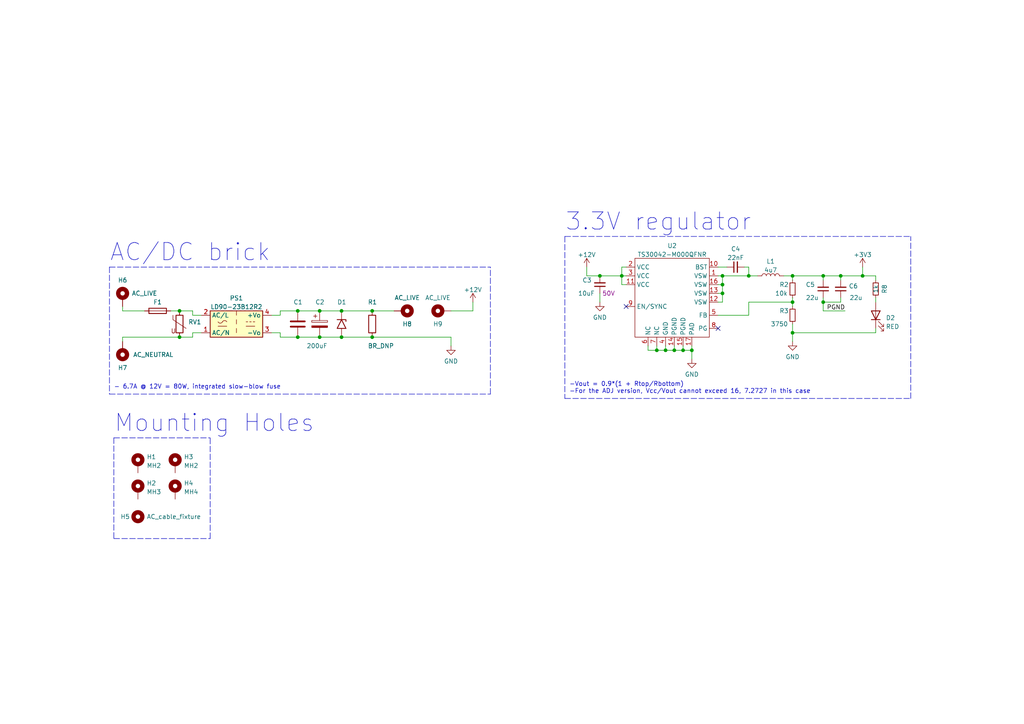
<source format=kicad_sch>
(kicad_sch (version 20211123) (generator eeschema)
  (paper "A4")
  (lib_symbols
    (symbol "Device:C" (pin_numbers hide) (pin_names (offset 0.254))
      (property "Reference" "C" (at 0.635 2.54 0))
      (property "Value" "C" (at 0.635 -2.54 0))
      (symbol "C_0_1"
        (polyline (pts (xy -2.032 -0.762) (xy 2.032 -0.762)) (stroke (width 0.508)))
        (polyline (pts (xy -2.032 0.762) (xy 2.032 0.762)) (stroke (width 0.508)))
      )
      (symbol "C_1_1"
        (pin passive line (at 0 3.81 270) (length 2.794) (name "~") (number "1"))
        (pin passive line (at 0 -3.81 90) (length 2.794) (name "~") (number "2"))
      )
    )
    (symbol "Device:C_Polarized" (pin_numbers hide) (pin_names (offset 0.254))
      (property "Reference" "C" (at 0.635 2.54 0))
      (property "Value" "C_Polarized" (at 0.635 -2.54 0))
      (symbol "C_Polarized_0_1"
        (rectangle (start -2.286 0.508) (end 2.286 1.016))
        (polyline (pts (xy -1.778 2.286) (xy -0.762 2.286)))
        (polyline (pts (xy -1.27 2.794) (xy -1.27 1.778)))
        (rectangle (start 2.286 -0.508) (end -2.286 -1.016) (fill (type outline)))
      )
      (symbol "C_Polarized_1_1"
        (pin passive line (at 0 3.81 270) (length 2.794) (name "~") (number "1"))
        (pin passive line (at 0 -3.81 90) (length 2.794) (name "~") (number "2"))
      )
    )
    (symbol "Device:C_Small" (pin_numbers hide) (pin_names (offset 0.254) hide)
      (property "Reference" "C" (at 0.254 1.778 0))
      (property "Value" "C_Small" (at 0.254 -2.032 0))
      (symbol "C_Small_0_1"
        (polyline (pts (xy -1.524 -0.508) (xy 1.524 -0.508)) (stroke (width 0.3302)))
        (polyline (pts (xy -1.524 0.508) (xy 1.524 0.508)) (stroke (width 0.3048)))
      )
      (symbol "C_Small_1_1"
        (pin passive line (at 0 2.54 270) (length 2.032) (name "~") (number "1"))
        (pin passive line (at 0 -2.54 90) (length 2.032) (name "~") (number "2"))
      )
    )
    (symbol "Device:Fuse" (pin_numbers hide) (pin_names (offset 0))
      (property "Reference" "F" (at 2.032 0 90))
      (property "Value" "Fuse" (at -1.905 0 90))
      (symbol "Fuse_0_1"
        (rectangle (start -0.762 -2.54) (end 0.762 2.54) (stroke (width 0.254)))
        (polyline (pts (xy 0 2.54) (xy 0 -2.54)))
      )
      (symbol "Fuse_1_1"
        (pin passive line (at 0 3.81 270) (length 1.27) (name "~") (number "1"))
        (pin passive line (at 0 -3.81 90) (length 1.27) (name "~") (number "2"))
      )
    )
    (symbol "Device:L" (pin_numbers hide) (pin_names (offset 1.016) hide)
      (property "Reference" "L" (at -1.27 0 90))
      (property "Value" "L" (at 1.905 0 90))
      (symbol "L_0_1"
        (arc (start 0 -2.54) (mid 0.635 -1.905) (end 0 -1.27))
        (arc (start 0 -1.27) (mid 0.635 -0.635) (end 0 0))
        (arc (start 0 0) (mid 0.635 0.635) (end 0 1.27))
        (arc (start 0 1.27) (mid 0.635 1.905) (end 0 2.54))
      )
      (symbol "L_1_1"
        (pin passive line (at 0 3.81 270) (length 1.27) (name "1") (number "1"))
        (pin passive line (at 0 -3.81 90) (length 1.27) (name "2") (number "2"))
      )
    )
    (symbol "Device:LED" (pin_numbers hide) (pin_names (offset 1.016) hide)
      (property "Reference" "D" (at 0 2.54 0))
      (property "Value" "LED" (at 0 -2.54 0))
      (symbol "LED_0_1"
        (polyline (pts (xy -1.27 -1.27) (xy -1.27 1.27)) (stroke (width 0.254)))
        (polyline (pts (xy -1.27 0) (xy 1.27 0)))
        (polyline (pts (xy 1.27 -1.27) (xy 1.27 1.27) (xy -1.27 0) (xy 1.27 -1.27)) (stroke (width 0.254)))
        (polyline (pts (xy -3.048 -0.762) (xy -4.572 -2.286) (xy -3.81 -2.286) (xy -4.572 -2.286) (xy -4.572 -1.524)))
        (polyline (pts (xy -1.778 -0.762) (xy -3.302 -2.286) (xy -2.54 -2.286) (xy -3.302 -2.286) (xy -3.302 -1.524)))
      )
      (symbol "LED_1_1"
        (pin passive line (at -3.81 0 0) (length 2.54) (name "K") (number "1"))
        (pin passive line (at 3.81 0 180) (length 2.54) (name "A") (number "2"))
      )
    )
    (symbol "Device:R" (pin_numbers hide) (pin_names (offset 0))
      (property "Reference" "R" (at 2.032 0 90))
      (property "Value" "R" (at 0 0 90))
      (symbol "R_0_1"
        (rectangle (start -1.016 -2.54) (end 1.016 2.54) (stroke (width 0.254)))
      )
      (symbol "R_1_1"
        (pin passive line (at 0 3.81 270) (length 1.27) (name "~") (number "1"))
        (pin passive line (at 0 -3.81 90) (length 1.27) (name "~") (number "2"))
      )
    )
    (symbol "Device:R_Small" (pin_numbers hide) (pin_names (offset 0.254) hide)
      (property "Reference" "R" (at 0.762 0.508 0))
      (property "Value" "R_Small" (at 0.762 -1.016 0))
      (symbol "R_Small_0_1"
        (rectangle (start -0.762 1.778) (end 0.762 -1.778) (stroke (width 0.2032)))
      )
      (symbol "R_Small_1_1"
        (pin passive line (at 0 2.54 270) (length 0.762) (name "~") (number "1"))
        (pin passive line (at 0 -2.54 90) (length 0.762) (name "~") (number "2"))
      )
    )
    (symbol "Device:Varistor" (pin_numbers hide) (pin_names (offset 0))
      (property "Reference" "RV" (at 3.175 0 90))
      (property "Value" "Varistor" (at -3.175 0 90))
      (symbol "Varistor_0_0"
        (text "U" (at -1.778 -2.032 0) (effects (font (size 1.27 1.27))))
      )
      (symbol "Varistor_0_1"
        (rectangle (start -1.016 -2.54) (end 1.016 2.54) (stroke (width 0.254)))
        (polyline (pts (xy -1.905 2.54) (xy -1.905 1.27) (xy 1.905 -1.27)))
      )
      (symbol "Varistor_1_1"
        (pin passive line (at 0 3.81 270) (length 1.27) (name "~") (number "1"))
        (pin passive line (at 0 -3.81 90) (length 1.27) (name "~") (number "2"))
      )
    )
    (symbol "LD90-23B24R2:LD90-23B12R2"
      (property "Reference" "PS" (at 0 5.08 0))
      (property "Value" "LD90-23B12R2" (at 0 -5.08 0))
      (symbol "LD90-23B12R2_0_1"
        (rectangle (start -7.62 3.81) (end 7.62 -3.81) (stroke (width 0.254)) (fill (type background)))
        (arc (start -5.334 0.635) (mid -4.699 0.2495) (end -4.064 0.635))
        (arc (start -2.794 0.635) (mid -3.429 1.0072) (end -4.064 0.635))
        (polyline (pts (xy -5.334 -0.635) (xy -2.794 -0.635)))
        (polyline (pts (xy 2.794 -0.635) (xy 5.334 -0.635)))
        (polyline (pts (xy 2.794 0.635) (xy 3.302 0.635)))
        (polyline (pts (xy 3.81 0.635) (xy 4.318 0.635)))
        (polyline (pts (xy 4.826 0.635) (xy 5.334 0.635)))
      )
      (symbol "LD90-23B12R2_1_1"
        (polyline (pts (xy 0 -1.27) (xy 0 -2.54)))
        (polyline (pts (xy 0 1.27) (xy 0 0)))
        (polyline (pts (xy 0 3.81) (xy 0 2.54)))
        (pin power_in line (at -10.16 -2.54 0) (length 2.54) (name "AC/N") (number "1"))
        (pin power_in line (at -10.16 2.54 0) (length 2.54) (name "AC/L") (number "2"))
        (pin power_out line (at 10.16 -2.54 180) (length 2.54) (name "-Vo") (number "3"))
        (pin power_out line (at 10.16 2.54 180) (length 2.54) (name "+Vo") (number "4"))
      )
    )
    (symbol "Mechanical:MountingHole" (pin_names (offset 1.016))
      (property "Reference" "H" (at 0 5.08 0))
      (property "Value" "MountingHole" (at 0 3.175 0))
      (symbol "MountingHole_0_1"
        (circle (center 0 0) (radius 1.27) (stroke (width 1.27)))
      )
    )
    (symbol "Mechanical:MountingHole_Pad" (pin_numbers hide) (pin_names (offset 1.016) hide)
      (property "Reference" "H" (at 0 6.35 0))
      (property "Value" "MountingHole_Pad" (at 0 4.445 0))
      (symbol "MountingHole_Pad_0_1"
        (circle (center 0 1.27) (radius 1.27) (stroke (width 1.27)))
      )
      (symbol "MountingHole_Pad_1_1"
        (pin input line (at 0 -2.54 90) (length 2.54) (name "1") (number "1"))
      )
    )
    (symbol "SMBJ20A:SMBJ20A" (pin_numbers hide) (pin_names (offset 1.016) hide)
      (property "Reference" "D" (at 0 2.54 0))
      (property "Value" "SMBJ20A" (at 0 -2.54 0))
      (symbol "SMBJ20A_0_1"
        (polyline (pts (xy -0.762 1.27) (xy -1.27 1.27) (xy -1.27 -1.27)) (stroke (width 0.254)))
        (polyline (pts (xy 1.27 1.27) (xy 1.27 -1.27) (xy -1.27 0) (xy 1.27 1.27)) (stroke (width 0.254)))
      )
      (symbol "SMBJ20A_1_1"
        (pin passive line (at -3.81 0 0) (length 2.54) (name "A1") (number "1"))
        (pin passive line (at 3.81 0 180) (length 2.54) (name "A2") (number "2"))
      )
    )
    (symbol "TS30042:TS30042"
      (property "Reference" "U" (at -1.27 20.32 0))
      (property "Value" "TS30042" (at -1.27 20.32 0))
      (symbol "TS30042_0_1"
        (rectangle (start -10.16 11.43) (end 11.43 -11.43) (stroke (width 0.1524)))
      )
      (symbol "TS30042_1_1"
        (pin input line (at 13.97 6.35 180) (length 2.54) (name "VSW") (number "1"))
        (pin input line (at 13.97 8.89 180) (length 2.54) (name "BST") (number "10"))
        (pin input line (at -12.7 3.81 0) (length 2.54) (name "VCC") (number "11"))
        (pin input line (at 13.97 -1.27 180) (length 2.54) (name "VSW") (number "12"))
        (pin input line (at 13.97 1.27 180) (length 2.54) (name "VSW") (number "13"))
        (pin input line (at 1.27 -13.97 90) (length 2.54) (name "PGND") (number "14"))
        (pin input line (at 3.81 -13.97 90) (length 2.54) (name "PGND") (number "15"))
        (pin input line (at 13.97 3.81 180) (length 2.54) (name "VSW") (number "16"))
        (pin input line (at 6.35 -13.97 90) (length 2.54) (name "PAD") (number "17"))
        (pin input line (at -12.7 8.89 0) (length 2.54) (name "VCC") (number "2"))
        (pin input line (at -12.7 6.35 0) (length 2.54) (name "VCC") (number "3"))
        (pin input line (at -1.27 -13.97 90) (length 2.54) (name "GND") (number "4"))
        (pin input line (at 13.97 -5.08 180) (length 2.54) (name "FB") (number "5"))
        (pin input line (at -6.35 -13.97 90) (length 2.54) (name "NC") (number "6"))
        (pin input line (at -3.81 -13.97 90) (length 2.54) (name "NC") (number "7"))
        (pin input line (at 13.97 -8.89 180) (length 2.54) (name "PG") (number "8"))
        (pin input line (at -12.7 -2.54 0) (length 2.54) (name "EN/SYNC") (number "9"))
      )
    )
    (symbol "power:+12V" (power) (pin_names (offset 0))
      (property "Value" "+12V" (at 0 3.556 0))
      (symbol "+12V_0_1"
        (polyline (pts (xy -0.762 1.27) (xy 0 2.54)))
        (polyline (pts (xy 0 0) (xy 0 2.54)))
        (polyline (pts (xy 0 2.54) (xy 0.762 1.27)))
      )
      (symbol "+12V_1_1"
        (pin power_in line (at 0 0 90) (length 0) hide (name "+12V") (number "1"))
      )
    )
    (symbol "power:+3.3V" (power) (pin_names (offset 0))
      (property "Value" "+3.3V" (at 0 3.556 0))
      (symbol "+3.3V_0_1"
        (polyline (pts (xy -0.762 1.27) (xy 0 2.54)))
        (polyline (pts (xy 0 0) (xy 0 2.54)))
        (polyline (pts (xy 0 2.54) (xy 0.762 1.27)))
      )
      (symbol "+3.3V_1_1"
        (pin power_in line (at 0 0 90) (length 0) hide (name "+3V3") (number "1"))
      )
    )
    (symbol "power:GND" (power) (pin_names (offset 0))
      (property "Value" "GND" (at 0 -3.81 0))
      (symbol "GND_0_1"
        (polyline (pts (xy 0 0) (xy 0 -1.27) (xy 1.27 -1.27) (xy 0 -2.54) (xy -1.27 -1.27) (xy 0 -1.27)))
      )
      (symbol "GND_1_1"
        (pin power_in line (at 0 0 270) (length 0) hide (name "GND") (number "1"))
      )
    )
  )
  (junction (at 209.55 80.01))
  (junction (at 229.87 80.01))
  (junction (at 200.66 101.6))
  (junction (at 173.99 80.01))
  (junction (at 190.5 101.6))
  (junction (at 99.06 90.17))
  (junction (at 209.55 82.55))
  (junction (at 92.71 90.17))
  (junction (at 229.87 96.52))
  (junction (at 195.58 101.6))
  (junction (at 238.76 87.63))
  (junction (at 86.36 97.79))
  (junction (at 52.07 90.17))
  (junction (at 250.19 80.01))
  (junction (at 209.55 85.09))
  (junction (at 92.71 97.79))
  (junction (at 86.36 90.17))
  (junction (at 198.12 101.6))
  (junction (at 107.95 90.17))
  (junction (at 238.76 80.01))
  (junction (at 243.84 80.01))
  (junction (at 229.87 87.63))
  (junction (at 193.04 101.6))
  (junction (at 107.95 97.79))
  (junction (at 217.17 80.01))
  (junction (at 180.34 80.01))
  (junction (at 52.07 97.79))
  (junction (at 99.06 97.79))
  (no_connect (at 208.28 95.25))
  (no_connect (at 181.61 88.9))
  (polyline (pts (xy 142.24 114.3) (xy 142.24 77.47)))
  (wire (pts (xy 229.87 96.52) (xy 254 96.52)))
  (wire (pts (xy 49.53 90.17) (xy 52.07 90.17)))
  (wire (pts (xy 200.66 100.33) (xy 200.66 101.6)))
  (wire (pts (xy 208.28 87.63) (xy 209.55 87.63)))
  (wire (pts (xy 170.18 80.01) (xy 173.99 80.01)))
  (wire (pts (xy 187.96 100.33) (xy 187.96 101.6)))
  (wire (pts (xy 107.95 97.79) (xy 130.81 97.79)))
  (wire (pts (xy 229.87 80.01) (xy 238.76 80.01)))
  (wire (pts (xy 137.16 87.63) (xy 137.16 90.17)))
  (wire (pts (xy 107.95 90.17) (xy 114.3 90.17)))
  (polyline (pts (xy 31.75 77.47) (xy 31.75 114.3)))
  (wire (pts (xy 217.17 91.44) (xy 217.17 87.63)))
  (polyline (pts (xy 163.83 68.58) (xy 163.83 115.57)))
  (wire (pts (xy 55.88 91.44) (xy 58.42 91.44)))
  (wire (pts (xy 209.55 80.01) (xy 217.17 80.01)))
  (wire (pts (xy 173.99 85.09) (xy 173.99 87.63)))
  (wire (pts (xy 238.76 90.17) (xy 245.11 90.17)))
  (wire (pts (xy 254 95.25) (xy 254 96.52)))
  (polyline (pts (xy 163.83 115.57) (xy 264.16 115.57)))
  (wire (pts (xy 180.34 82.55) (xy 181.61 82.55)))
  (wire (pts (xy 198.12 101.6) (xy 195.58 101.6)))
  (wire (pts (xy 41.91 90.17) (xy 35.56 90.17)))
  (wire (pts (xy 229.87 99.06) (xy 229.87 96.52)))
  (wire (pts (xy 52.07 97.79) (xy 55.88 97.79)))
  (wire (pts (xy 181.61 77.47) (xy 180.34 77.47)))
  (wire (pts (xy 173.99 80.01) (xy 180.34 80.01)))
  (wire (pts (xy 92.71 97.79) (xy 99.06 97.79)))
  (polyline (pts (xy 163.83 68.58) (xy 264.16 68.58)))
  (wire (pts (xy 238.76 80.01) (xy 243.84 80.01)))
  (wire (pts (xy 243.84 81.28) (xy 243.84 80.01)))
  (wire (pts (xy 250.19 80.01) (xy 254 80.01)))
  (wire (pts (xy 81.28 97.79) (xy 86.36 97.79)))
  (wire (pts (xy 254 81.28) (xy 254 80.01)))
  (wire (pts (xy 55.88 96.52) (xy 55.88 97.79)))
  (wire (pts (xy 238.76 86.36) (xy 238.76 87.63)))
  (wire (pts (xy 198.12 100.33) (xy 198.12 101.6)))
  (wire (pts (xy 99.06 97.79) (xy 107.95 97.79)))
  (wire (pts (xy 208.28 82.55) (xy 209.55 82.55)))
  (wire (pts (xy 180.34 77.47) (xy 180.34 80.01)))
  (wire (pts (xy 229.87 93.98) (xy 229.87 96.52)))
  (wire (pts (xy 78.74 96.52) (xy 81.28 96.52)))
  (wire (pts (xy 229.87 81.28) (xy 229.87 80.01)))
  (wire (pts (xy 200.66 101.6) (xy 200.66 104.14)))
  (wire (pts (xy 195.58 101.6) (xy 193.04 101.6)))
  (wire (pts (xy 99.06 90.17) (xy 107.95 90.17)))
  (wire (pts (xy 180.34 80.01) (xy 180.34 82.55)))
  (wire (pts (xy 81.28 90.17) (xy 86.36 90.17)))
  (wire (pts (xy 130.81 97.79) (xy 130.81 100.33)))
  (wire (pts (xy 78.74 91.44) (xy 81.28 91.44)))
  (wire (pts (xy 81.28 96.52) (xy 81.28 97.79)))
  (polyline (pts (xy 264.16 115.57) (xy 264.16 68.58)))
  (wire (pts (xy 86.36 97.79) (xy 92.71 97.79)))
  (wire (pts (xy 193.04 100.33) (xy 193.04 101.6)))
  (wire (pts (xy 229.87 87.63) (xy 229.87 88.9)))
  (wire (pts (xy 208.28 91.44) (xy 217.17 91.44)))
  (wire (pts (xy 215.9 77.47) (xy 217.17 77.47)))
  (wire (pts (xy 238.76 87.63) (xy 243.84 87.63)))
  (wire (pts (xy 81.28 91.44) (xy 81.28 90.17)))
  (wire (pts (xy 55.88 90.17) (xy 55.88 91.44)))
  (wire (pts (xy 58.42 96.52) (xy 55.88 96.52)))
  (wire (pts (xy 86.36 90.17) (xy 92.71 90.17)))
  (wire (pts (xy 229.87 87.63) (xy 229.87 86.36)))
  (wire (pts (xy 227.33 80.01) (xy 229.87 80.01)))
  (wire (pts (xy 190.5 101.6) (xy 187.96 101.6)))
  (wire (pts (xy 35.56 97.79) (xy 52.07 97.79)))
  (wire (pts (xy 217.17 77.47) (xy 217.17 80.01)))
  (wire (pts (xy 195.58 100.33) (xy 195.58 101.6)))
  (wire (pts (xy 35.56 90.17) (xy 35.56 88.9)))
  (wire (pts (xy 92.71 90.17) (xy 99.06 90.17)))
  (polyline (pts (xy 60.96 156.21) (xy 60.96 127)))
  (wire (pts (xy 209.55 82.55) (xy 209.55 85.09)))
  (wire (pts (xy 52.07 90.17) (xy 55.88 90.17)))
  (wire (pts (xy 180.34 80.01) (xy 181.61 80.01)))
  (wire (pts (xy 243.84 87.63) (xy 243.84 86.36)))
  (wire (pts (xy 170.18 77.47) (xy 170.18 80.01)))
  (polyline (pts (xy 33.02 127) (xy 60.96 127)))
  (wire (pts (xy 130.81 90.17) (xy 137.16 90.17)))
  (wire (pts (xy 238.76 81.28) (xy 238.76 80.01)))
  (wire (pts (xy 200.66 101.6) (xy 198.12 101.6)))
  (wire (pts (xy 35.56 97.79) (xy 35.56 99.06)))
  (polyline (pts (xy 31.75 114.3) (xy 142.24 114.3)))
  (wire (pts (xy 250.19 77.47) (xy 250.19 80.01)))
  (wire (pts (xy 208.28 77.47) (xy 210.82 77.47)))
  (wire (pts (xy 238.76 87.63) (xy 238.76 90.17)))
  (wire (pts (xy 209.55 80.01) (xy 209.55 82.55)))
  (wire (pts (xy 254 86.36) (xy 254 87.63)))
  (wire (pts (xy 208.28 85.09) (xy 209.55 85.09)))
  (polyline (pts (xy 33.02 156.21) (xy 60.96 156.21)))
  (wire (pts (xy 243.84 80.01) (xy 250.19 80.01)))
  (wire (pts (xy 209.55 85.09) (xy 209.55 87.63)))
  (wire (pts (xy 217.17 80.01) (xy 219.71 80.01)))
  (wire (pts (xy 193.04 101.6) (xy 190.5 101.6)))
  (wire (pts (xy 217.17 87.63) (xy 229.87 87.63)))
  (wire (pts (xy 208.28 80.01) (xy 209.55 80.01)))
  (wire (pts (xy 190.5 100.33) (xy 190.5 101.6)))
  (polyline (pts (xy 31.75 77.47) (xy 142.24 77.47)))
  (polyline (pts (xy 33.02 127) (xy 33.02 156.21)))
  (text "AC/DC brick" (at 31.75 76.2 0) (effects (font (size 5 5)) (justify left bottom)))
  (text "Mounting Holes" (at 33.02 125.73 0) (effects (font (size 5 5)) (justify left bottom)))
  (text "- 6.7A @ 12V = 80W, integrated slow-blow fuse" (at 33.02 113.03 0) (effects (font (size 1.27 1.27)) (justify left bottom)))
  (text "-Vout = 0.9*(1 + Rtop/Rbottom)\n-For the ADJ version, Vcc/Vout cannot exceed 16, 7.2727 in this case" (at 165.1 114.3 0) (effects (font (size 1.27 1.27)) (justify left bottom)))
  (text "3.3V regulator" (at 163.83 67.31 0) (effects (font (size 5 5)) (justify left bottom)))
  (label "PGND" (at 245.11 90.17 180))
  (symbol (lib_id "Device:C") (at 86.36 93.98 0) (unit 1)
    (property "Reference" "C1" (at 85.09 87.63 0) (effects (justify left)))
    (property "Footprint" "Capacitor_SMD:C_1206_3216Metric" (effects hide))
    (property "rating" "100V" (effects hide))
  )
  (symbol (lib_id "LD90-23B24R2:LD90-23B12R2") (at 68.58 93.98 0) (unit 1)
    (property "Reference" "PS1" (at 68.58 86.4702 0))
    (property "Value" "LD90-23B12R2" (at 68.58 89.0071 0))
    (property "Footprint" "LD90-23B12R2:LD90-23B12R2" (effects hide))
    (property "Datasheet" "https://www.mornsun-power.com/html/pdf/LD90-23B24R2.html" (effects hide))
  )
  (symbol (lib_id "Device:Varistor") (at 52.07 93.98 0) (unit 1)
    (property "Reference" "RV1" (at 54.61 93.3985 0) (effects (justify left)))
  )
  (symbol (lib_id "Device:C_Small") (at 213.36 77.47 90) (unit 1)
    (property "Reference" "C4" (at 213.3663 72.2081 90))
    (property "Value" "22nF" (at 213.3663 74.745 90))
    (property "Footprint" "Capacitor_SMD:C_0603_1608Metric" (effects hide))
  )
  (symbol (lib_id "power:GND") (at 173.99 87.63 0) (unit 1)
    (property "Reference" "#PWR0105" (effects hide))
    (property "Value" "GND" (at 173.99 92.0734 0))
  )
  (symbol (lib_id "Mechanical:MountingHole_Pad") (at 35.56 101.6 180) (unit 1)
    (property "Reference" "H7" (at 35.56 106.68 0))
    (property "Value" "AC_NEUTRAL" (at 44.45 102.87 0))
    (property "Footprint" "MountingHole:MountingHole_2.2mm_M2_Pad_TopBottom" (effects hide))
  )
  (symbol (lib_id "Mechanical:MountingHole_Pad") (at 116.84 90.17 270) (unit 1)
    (property "Reference" "H8" (at 118.11 93.98 90))
    (property "Value" "AC_LIVE" (at 118.11 86.36 90))
    (property "Footprint" "MountingHole:MountingHole_2.2mm_M2_Pad_TopBottom" (effects hide))
  )
  (symbol (lib_id "power:GND") (at 130.81 100.33 0) (unit 1)
    (property "Reference" "#PWR0101" (effects hide))
    (property "Value" "GND" (at 130.81 104.7734 0))
  )
  (symbol (lib_id "Device:R_Small") (at 229.87 83.82 0) (unit 1)
    (property "Reference" "R2" (at 226.06 82.55 0) (effects (justify left)))
    (property "Value" "10k" (at 224.79 85.09 0) (effects (justify left)))
    (property "Footprint" "Resistor_SMD:R_0603_1608Metric" (effects hide))
  )
  (symbol (lib_id "Device:LED") (at 254 91.44 90) (unit 1)
    (property "Reference" "D2" (at 256.921 92.1928 90) (effects (justify right)))
    (property "Value" "RED" (at 256.921 94.7297 90) (effects (justify right)))
    (property "Footprint" "LED_SMD:LED_0603_1608Metric" (effects hide))
  )
  (symbol (lib_id "Device:R") (at 107.95 93.98 0) (unit 1)
    (property "Reference" "R1" (at 106.68 87.63 0) (effects (justify left)))
    (property "Value" "BR_DNP" (at 106.68 100.33 0) (effects (justify left)))
  )
  (symbol (lib_id "Device:C_Small") (at 173.99 82.55 180) (unit 1)
    (property "Reference" "C3" (at 168.91 81.28 0) (effects (justify right)))
    (property "Value" "10uF" (at 167.64 85.09 0) (effects (justify right)))
    (property "Footprint" "Capacitor_SMD:C_0603_1608Metric" (effects hide))
    (property "rating" "50V" (at 176.53 85.09 0))
  )
  (symbol (lib_id "Mechanical:MountingHole_Pad") (at 50.8 134.62 0) (unit 1)
    (property "Reference" "H3" (at 53.34 132.5153 0) (effects (justify left)))
    (property "Value" "MH2" (at 53.34 135.0522 0) (effects (justify left)))
    (property "Footprint" "MountingHole:MountingHole_3.2mm_M3_Pad_TopBottom" (effects hide))
  )
  (symbol (lib_id "Mechanical:MountingHole_Pad") (at 40.005 142.24 0) (unit 1)
    (property "Reference" "H2" (at 42.545 140.1353 0) (effects (justify left)))
    (property "Value" "MH3" (at 42.545 142.6722 0) (effects (justify left)))
    (property "Footprint" "MountingHole:MountingHole_3.2mm_M3_Pad_TopBottom" (effects hide))
  )
  (symbol (lib_id "Device:C_Small") (at 238.76 83.82 180) (unit 1)
    (property "Reference" "C5" (at 233.68 82.55 0) (effects (justify right)))
    (property "Value" "22u" (at 233.68 86.36 0) (effects (justify right)))
    (property "Footprint" "Capacitor_SMD:C_0603_1608Metric" (effects hide))
  )
  (symbol (lib_id "power:+3.3V") (at 250.19 77.47 0) (unit 1)
    (property "Reference" "#PWR0104" (effects hide))
    (property "Value" "+3.3V" (at 250.19 73.8942 0))
  )
  (symbol (lib_id "Mechanical:MountingHole_Pad") (at 50.8 142.24 0) (unit 1)
    (property "Reference" "H4" (at 53.34 140.1353 0) (effects (justify left)))
    (property "Value" "MH4" (at 53.34 142.6722 0) (effects (justify left)))
    (property "Footprint" "MountingHole:MountingHole_3.2mm_M3_Pad_TopBottom" (effects hide))
  )
  (symbol (lib_id "Mechanical:MountingHole_Pad") (at 35.56 86.36 0) (unit 1)
    (property "Reference" "H6" (at 35.56 81.28 0))
    (property "Value" "AC_LIVE" (at 41.91 85.09 0))
    (property "Footprint" "MountingHole:MountingHole_2.2mm_M2_Pad_TopBottom" (effects hide))
  )
  (symbol (lib_id "Device:R_Small") (at 254 83.82 180) (unit 1)
    (property "Reference" "R8" (at 256.54 83.82 90))
    (property "Value" "1k" (at 254 83.82 90))
    (property "Footprint" "Resistor_SMD:R_0603_1608Metric" (effects hide))
  )
  (symbol (lib_id "power:GND") (at 200.66 104.14 0) (unit 1)
    (property "Reference" "#PWR0107" (effects hide))
    (property "Value" "GND" (at 200.66 108.5834 0))
  )
  (symbol (lib_id "power:+12V") (at 137.16 87.63 0) (unit 1)
    (property "Reference" "#PWR0102" (effects hide))
    (property "Value" "+12V" (at 137.16 84.0542 0))
  )
  (symbol (lib_id "Device:C_Polarized") (at 92.71 93.98 0) (unit 1)
    (property "Reference" "C2" (at 91.44 87.63 0) (effects (justify left)))
    (property "Value" "200uF" (at 88.9 100.33 0) (effects (justify left)))
    (property "Footprint" "Capacitor_THT:CP_Radial_D10.0mm_P5.00mm" (effects hide))
    (property "rating" "35V" (effects hide))
  )
  (symbol (lib_id "Mechanical:MountingHole_Pad") (at 40.005 134.62 0) (unit 1)
    (property "Reference" "H1" (at 42.545 132.5153 0) (effects (justify left)))
    (property "Value" "MH2" (at 42.545 135.0522 0) (effects (justify left)))
    (property "Footprint" "MountingHole:MountingHole_3.2mm_M3_Pad_TopBottom" (effects hide))
  )
  (symbol (lib_id "Device:R_Small") (at 229.87 91.44 0) (unit 1)
    (property "Reference" "R3" (at 226.06 90.17 0) (effects (justify left)))
    (property "Value" "3750" (at 223.52 93.98 0) (effects (justify left)))
    (property "Footprint" "Resistor_SMD:R_0603_1608Metric" (effects hide))
  )
  (symbol (lib_id "Mechanical:MountingHole_Pad") (at 128.27 90.17 90) (unit 1)
    (property "Reference" "H9" (at 127 93.98 90))
    (property "Value" "AC_LIVE" (at 127 86.36 90))
    (property "Footprint" "MountingHole:MountingHole_2.2mm_M2_Pad_TopBottom" (effects hide))
  )
  (symbol (lib_id "Mechanical:MountingHole") (at 40.005 149.86 0) (unit 1)
    (property "Reference" "H5" (at 34.925 149.86 0) (effects (justify left)))
    (property "Value" "AC_cable_fixture" (at 42.545 149.86 0) (effects (justify left)))
    (property "Footprint" "MountingHole:MountingHole_3.2mm_M3_Pad_TopBottom" (effects hide))
  )
  (symbol (lib_id "Device:L") (at 223.52 80.01 90) (unit 1)
    (property "Reference" "L1" (at 223.52 75.8022 90))
    (property "Value" "4u7" (at 223.52 78.3391 90))
    (property "Footprint" "BWVS005050404R7M00:BWVS005050404R7M00" (effects hide))
  )
  (symbol (lib_id "Device:C_Small") (at 243.84 83.82 180) (unit 1)
    (property "Reference" "C6" (at 246.1641 82.9789 0) (effects (justify right)))
    (property "Value" "22u" (at 246.38 86.36 0) (effects (justify right)))
    (property "Footprint" "Capacitor_SMD:C_0603_1608Metric" (effects hide))
  )
  (symbol (lib_id "TS30042:TS30042") (at 194.31 86.36 0) (unit 1)
    (property "Reference" "U2" (at 194.945 71.281 0))
    (property "Value" "TS30042-M000QFNR" (at 194.945 73.8179 0))
    (property "Footprint" "Package_DFN_QFN:QFN-16-1EP_3x3mm_P0.5mm_EP1.75x1.75mm_ThermalVias" (effects hide))
  )
  (symbol (lib_id "Device:Fuse") (at 45.72 90.17 90) (unit 1)
    (property "Reference" "F1" (at 45.72 87.63 90))
  )
  (symbol (lib_id "power:GND") (at 229.87 99.06 0) (unit 1)
    (property "Reference" "#PWR0103" (effects hide))
    (property "Value" "GND" (at 229.87 103.5034 0))
  )
  (symbol (lib_id "SMBJ20A:SMBJ20A") (at 99.06 93.98 270) (unit 1)
    (property "Reference" "D1" (at 97.79 87.63 90) (effects (justify left)))
    (property "Footprint" "Diode_SMD:D_SMB" (effects hide))
    (property "Datasheet" "https://www.littelfuse.com/~/media/electronics/datasheets/tvs_diodes/littelfuse_tvs_diode_smbj_datasheet.pdf.pdf" (effects hide))
  )
  (symbol (lib_id "power:+12V") (at 170.18 77.47 0) (unit 1)
    (property "Reference" "#PWR0106" (effects hide))
    (property "Value" "+12V" (at 170.18 73.8942 0))
  )
)
</source>
